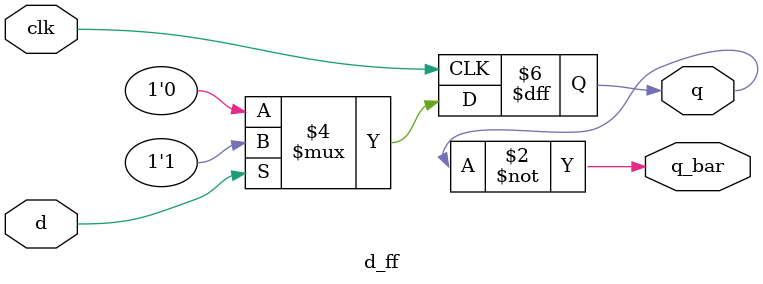
<source format=v>
`timescale 1ns / 1ps


module d_ff(
    input d,
    input clk,
    output reg q,
    output q_bar
    );
    always@(posedge clk) 
    begin 
    if(d) 
    begin 
    q=1'b1;
    end
    else 
    begin 
    q=1'b0;
    end
    
    end
    assign q_bar=~q;
endmodule

</source>
